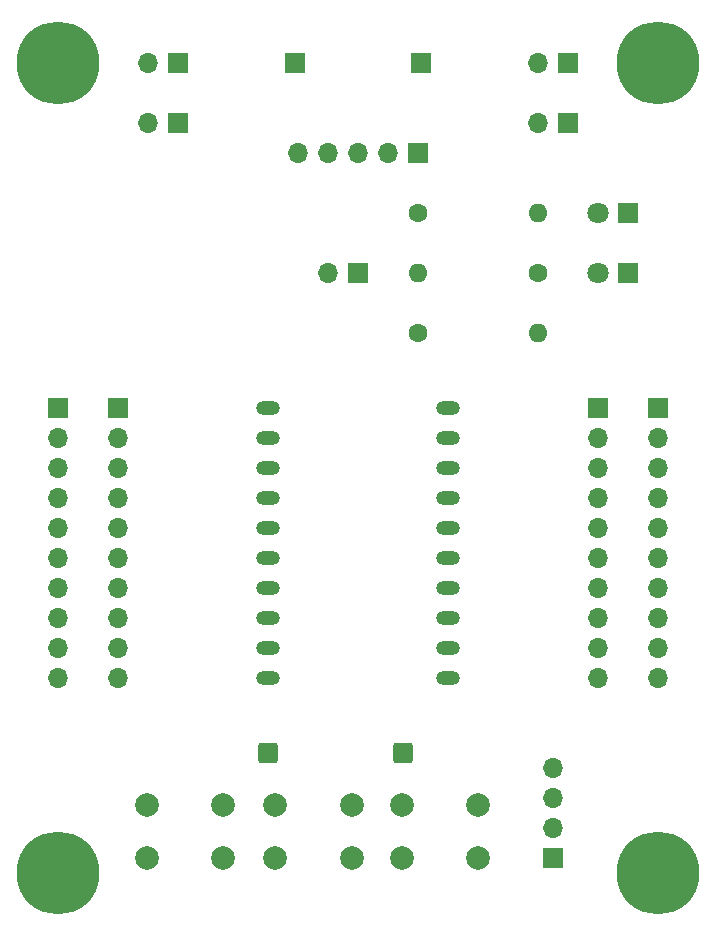
<source format=gbr>
%TF.GenerationSoftware,KiCad,Pcbnew,8.0.4*%
%TF.CreationDate,2024-09-28T10:20:44+10:00*%
%TF.ProjectId,stm8-blue,73746d38-2d62-46c7-9565-2e6b69636164,rev?*%
%TF.SameCoordinates,Original*%
%TF.FileFunction,Soldermask,Bot*%
%TF.FilePolarity,Negative*%
%FSLAX46Y46*%
G04 Gerber Fmt 4.6, Leading zero omitted, Abs format (unit mm)*
G04 Created by KiCad (PCBNEW 8.0.4) date 2024-09-28 10:20:44*
%MOMM*%
%LPD*%
G01*
G04 APERTURE LIST*
G04 Aperture macros list*
%AMRoundRect*
0 Rectangle with rounded corners*
0 $1 Rounding radius*
0 $2 $3 $4 $5 $6 $7 $8 $9 X,Y pos of 4 corners*
0 Add a 4 corners polygon primitive as box body*
4,1,4,$2,$3,$4,$5,$6,$7,$8,$9,$2,$3,0*
0 Add four circle primitives for the rounded corners*
1,1,$1+$1,$2,$3*
1,1,$1+$1,$4,$5*
1,1,$1+$1,$6,$7*
1,1,$1+$1,$8,$9*
0 Add four rect primitives between the rounded corners*
20,1,$1+$1,$2,$3,$4,$5,0*
20,1,$1+$1,$4,$5,$6,$7,0*
20,1,$1+$1,$6,$7,$8,$9,0*
20,1,$1+$1,$8,$9,$2,$3,0*%
G04 Aperture macros list end*
%ADD10C,1.600000*%
%ADD11O,1.600000X1.600000*%
%ADD12R,1.700000X1.700000*%
%ADD13O,1.700000X1.700000*%
%ADD14C,2.000000*%
%ADD15RoundRect,0.250000X-0.600000X-0.600000X0.600000X-0.600000X0.600000X0.600000X-0.600000X0.600000X0*%
%ADD16O,2.000000X1.200000*%
%ADD17R,1.800000X1.800000*%
%ADD18C,1.800000*%
%ADD19C,7.000000*%
G04 APERTURE END LIST*
D10*
%TO.C,R102*%
X86360000Y-71120000D03*
D11*
X76200000Y-71120000D03*
%TD*%
D12*
%TO.C,J111*%
X55880000Y-53340000D03*
D13*
X53340000Y-53340000D03*
%TD*%
D14*
%TO.C,SW101*%
X70560000Y-120650000D03*
X64060000Y-120650000D03*
X70560000Y-116150000D03*
X64060000Y-116150000D03*
%TD*%
D15*
%TO.C,J107*%
X63500000Y-111760000D03*
%TD*%
%TO.C,J108*%
X74930000Y-111760000D03*
%TD*%
D12*
%TO.C,J114*%
X88900000Y-58420000D03*
D13*
X86360000Y-58420000D03*
%TD*%
D16*
%TO.C,U101*%
X63500000Y-82550000D03*
X63500000Y-85090000D03*
X63500000Y-87630000D03*
X63500000Y-90170000D03*
X63500000Y-92710000D03*
X63500000Y-95250000D03*
X63500000Y-97790000D03*
X63500000Y-100330000D03*
X63500000Y-102870000D03*
X63500000Y-105410000D03*
X78740000Y-105410000D03*
X78740000Y-102870000D03*
X78740000Y-100330000D03*
X78740000Y-97790000D03*
X78740000Y-95250000D03*
X78740000Y-92710000D03*
X78740000Y-90170000D03*
X78740000Y-87630000D03*
X78740000Y-85090000D03*
X78740000Y-82550000D03*
%TD*%
D12*
%TO.C,J104*%
X96520000Y-82550000D03*
D13*
X96520000Y-85090000D03*
X96520000Y-87630000D03*
X96520000Y-90170000D03*
X96520000Y-92710000D03*
X96520000Y-95250000D03*
X96520000Y-97790000D03*
X96520000Y-100330000D03*
X96520000Y-102870000D03*
X96520000Y-105410000D03*
%TD*%
D14*
%TO.C,SW102*%
X81280000Y-120650000D03*
X74780000Y-120650000D03*
X81280000Y-116150000D03*
X74780000Y-116150000D03*
%TD*%
D12*
%TO.C,J113*%
X88900000Y-53340000D03*
D13*
X86360000Y-53340000D03*
%TD*%
D17*
%TO.C,D101*%
X93980000Y-66040000D03*
D18*
X91440000Y-66040000D03*
%TD*%
D17*
%TO.C,D102*%
X93980000Y-71120000D03*
D18*
X91440000Y-71120000D03*
%TD*%
D14*
%TO.C,SW100*%
X59690000Y-120650000D03*
X53190000Y-120650000D03*
X59690000Y-116150000D03*
X53190000Y-116150000D03*
%TD*%
D19*
%TO.C,H102*%
X96520000Y-53340000D03*
%TD*%
D12*
%TO.C,J105*%
X87630000Y-120650000D03*
D13*
X87630000Y-118110000D03*
X87630000Y-115570000D03*
X87630000Y-113030000D03*
%TD*%
D19*
%TO.C,H101*%
X45720000Y-53340000D03*
%TD*%
D12*
%TO.C,J106*%
X76200000Y-60960000D03*
D13*
X73660000Y-60960000D03*
X71120000Y-60960000D03*
X68580000Y-60960000D03*
X66040000Y-60960000D03*
D12*
X76454000Y-53340000D03*
X65786000Y-53340000D03*
%TD*%
%TO.C,J102*%
X50800000Y-82550000D03*
D13*
X50800000Y-85090000D03*
X50800000Y-87630000D03*
X50800000Y-90170000D03*
X50800000Y-92710000D03*
X50800000Y-95250000D03*
X50800000Y-97790000D03*
X50800000Y-100330000D03*
X50800000Y-102870000D03*
X50800000Y-105410000D03*
%TD*%
D10*
%TO.C,R101*%
X76200000Y-66040000D03*
D11*
X86360000Y-66040000D03*
%TD*%
D12*
%TO.C,J101*%
X45720000Y-82550000D03*
D13*
X45720000Y-85090000D03*
X45720000Y-87630000D03*
X45720000Y-90170000D03*
X45720000Y-92710000D03*
X45720000Y-95250000D03*
X45720000Y-97790000D03*
X45720000Y-100330000D03*
X45720000Y-102870000D03*
X45720000Y-105410000D03*
%TD*%
D10*
%TO.C,R100*%
X76200000Y-76200000D03*
D11*
X86360000Y-76200000D03*
%TD*%
D19*
%TO.C,H104*%
X96520000Y-121920000D03*
%TD*%
%TO.C,H103*%
X45720000Y-121920000D03*
%TD*%
D12*
%TO.C,JP101*%
X71120000Y-71120000D03*
D13*
X68580000Y-71120000D03*
%TD*%
D12*
%TO.C,J112*%
X55880000Y-58420000D03*
D13*
X53340000Y-58420000D03*
%TD*%
D12*
%TO.C,J103*%
X91440000Y-82555000D03*
D13*
X91440000Y-85095000D03*
X91440000Y-87635000D03*
X91440000Y-90175000D03*
X91440000Y-92715000D03*
X91440000Y-95255000D03*
X91440000Y-97795000D03*
X91440000Y-100335000D03*
X91440000Y-102875000D03*
X91440000Y-105415000D03*
%TD*%
M02*

</source>
